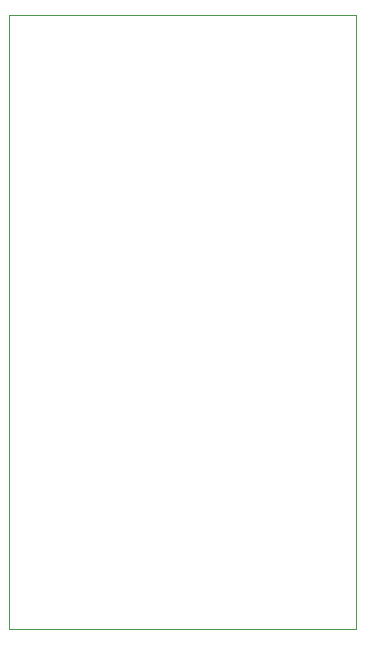
<source format=gbr>
G04 #@! TF.GenerationSoftware,KiCad,Pcbnew,5.1.5+dfsg1-2build2*
G04 #@! TF.CreationDate,2022-03-02T19:09:04-05:00*
G04 #@! TF.ProjectId,RAK11300_BREAKOUT,52414b31-3133-4303-905f-425245414b4f,rev?*
G04 #@! TF.SameCoordinates,Original*
G04 #@! TF.FileFunction,Profile,NP*
%FSLAX46Y46*%
G04 Gerber Fmt 4.6, Leading zero omitted, Abs format (unit mm)*
G04 Created by KiCad (PCBNEW 5.1.5+dfsg1-2build2) date 2022-03-02 19:09:04*
%MOMM*%
%LPD*%
G04 APERTURE LIST*
%ADD10C,0.050000*%
G04 APERTURE END LIST*
D10*
X50000000Y-102000000D02*
X79400000Y-102000000D01*
X50000000Y-50000000D02*
X79400000Y-50000000D01*
X79400000Y-50000000D02*
X79400000Y-102000000D01*
X50000000Y-50000000D02*
X50000000Y-102000000D01*
M02*

</source>
